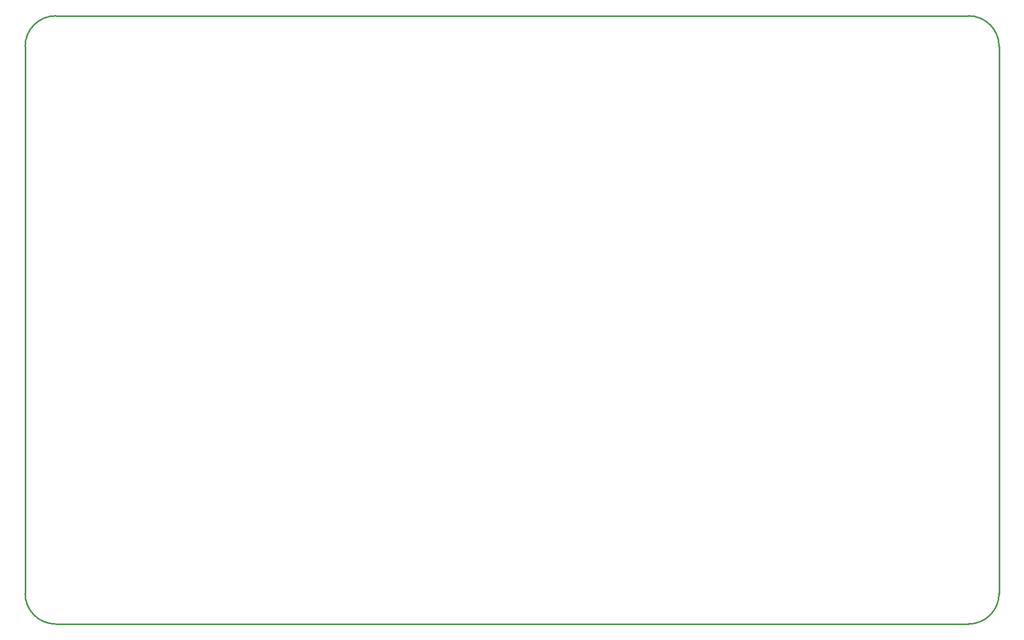
<source format=gko>
G04 Layer: BoardOutlineLayer*
G04 EasyEDA Pro v2.2.32.3, 2024-11-29 12:29:59*
G04 Gerber Generator version 0.3*
G04 Scale: 100 percent, Rotated: No, Reflected: No*
G04 Dimensions in millimeters*
G04 Leading zeros omitted, absolute positions, 3 integers and 5 decimals*
%FSLAX35Y35*%
%MOMM*%
%ADD10C,0.254*%
G75*


G04 Rect Start*
G54D10*
G01X0Y500000D02*
G01X0Y9500000D01*
G02X500000Y10000000I500000J0D01*
G01X15500000Y10000000D01*
G01X15500000Y10000000D01*
G02X16000000Y9500000I0J-500000D01*
G01X16000000Y9500000D01*
G01X16000000Y500000D01*
G01X16000000Y500000D01*
G02X15500000Y0I-500000J0D01*
G01X15500000Y0D01*
G01X500000Y0D01*
G02X0Y500000I0J500000D01*
G04 Rect End*

M02*


</source>
